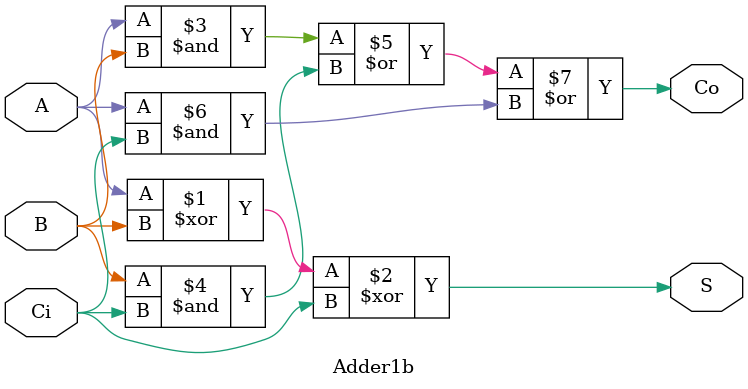
<source format=v>
`timescale 1ns / 1ps
module Adder1b(
	input A, 
	input B,
	input Ci,
	output S,
	output Co
    );
	
	assign S = A ^ B ^ Ci;
	assign Co = (A & B) | (B & Ci) | (A & Ci);
endmodule

</source>
